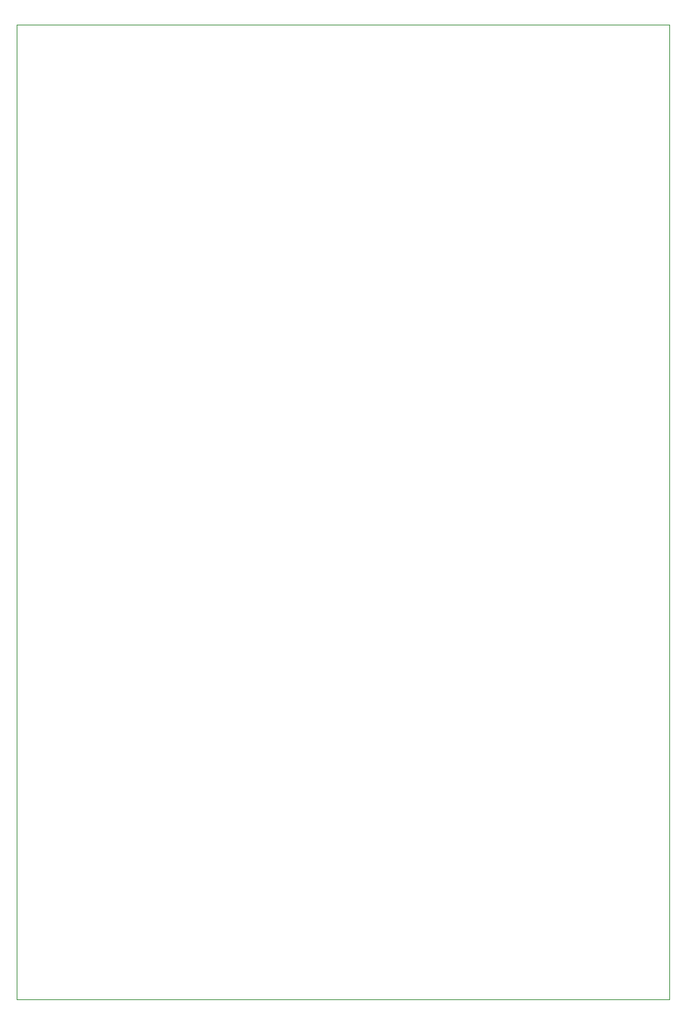
<source format=gm1>
G04 #@! TF.GenerationSoftware,KiCad,Pcbnew,(6.0.6)*
G04 #@! TF.CreationDate,2022-09-12T00:25:57+02:00*
G04 #@! TF.ProjectId,keyboard,6b657962-6f61-4726-942e-6b696361645f,v1.0*
G04 #@! TF.SameCoordinates,Original*
G04 #@! TF.FileFunction,Profile,NP*
%FSLAX46Y46*%
G04 Gerber Fmt 4.6, Leading zero omitted, Abs format (unit mm)*
G04 Created by KiCad (PCBNEW (6.0.6)) date 2022-09-12 00:25:57*
%MOMM*%
%LPD*%
G01*
G04 APERTURE LIST*
G04 #@! TA.AperFunction,Profile*
%ADD10C,0.100000*%
G04 #@! TD*
G04 APERTURE END LIST*
D10*
X114300000Y-34290000D02*
X190500000Y-34290000D01*
X190500000Y-34290000D02*
X190500000Y-148082000D01*
X190500000Y-148082000D02*
X114300000Y-148082000D01*
X114300000Y-148082000D02*
X114300000Y-34290000D01*
M02*

</source>
